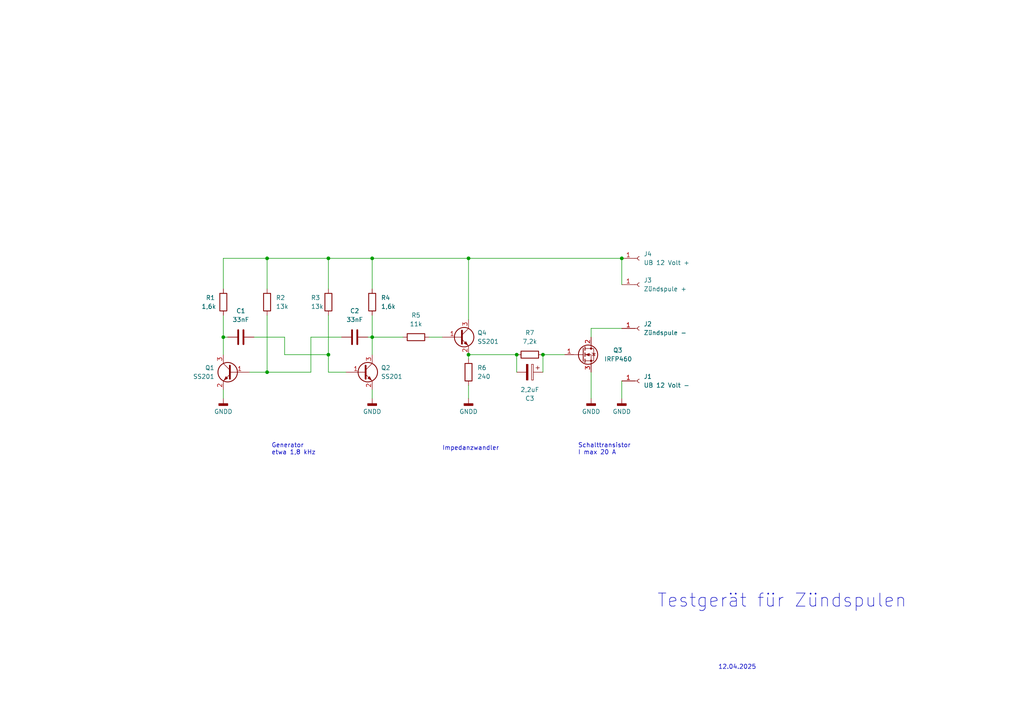
<source format=kicad_sch>
(kicad_sch (version 20230121) (generator eeschema)
  (paper "A4")
  (lib_symbols
    (symbol "Connector:Conn_01x01_Socket" (pin_names (offset 1.016) hide)
      (property "Reference" "J" (at 0 2.54 0))
      (property "Value" "Conn_01x01_Socket" (at 0 -2.54 0))
      (symbol "Conn_01x01_Socket_1_1"
        (polyline (pts (xy -1.27 0) (xy -0.508 0)) (stroke (width 0.1524)))
        (arc (start 0 0.508) (mid -0.5058 0) (end 0 -0.508) (stroke (width 0.1524)))
        (pin passive line (at -5.08 0 0) (length 3.81) (name "Pin_1") (number "1"))
      )
    )
    (symbol "Device:C" (pin_numbers hide) (pin_names (offset 0.254))
      (property "Reference" "C" (at 0.635 2.54 0))
      (property "Value" "C" (at 0.635 -2.54 0))
      (symbol "C_0_1"
        (polyline (pts (xy -2.032 -0.762) (xy 2.032 -0.762)) (stroke (width 0.508)))
        (polyline (pts (xy -2.032 0.762) (xy 2.032 0.762)) (stroke (width 0.508)))
      )
      (symbol "C_1_1"
        (pin passive line (at 0 3.81 270) (length 2.794) (name "~") (number "1"))
        (pin passive line (at 0 -3.81 90) (length 2.794) (name "~") (number "2"))
      )
    )
    (symbol "Device:C_Polarized" (pin_numbers hide) (pin_names (offset 0.254))
      (property "Reference" "C" (at 0.635 2.54 0))
      (property "Value" "C_Polarized" (at 0.635 -2.54 0))
      (symbol "C_Polarized_0_1"
        (rectangle (start -2.286 0.508) (end 2.286 1.016))
        (polyline (pts (xy -1.778 2.286) (xy -0.762 2.286)))
        (polyline (pts (xy -1.27 2.794) (xy -1.27 1.778)))
        (rectangle (start 2.286 -0.508) (end -2.286 -1.016) (fill (type outline)))
      )
      (symbol "C_Polarized_1_1"
        (pin passive line (at 0 3.81 270) (length 2.794) (name "~") (number "1"))
        (pin passive line (at 0 -3.81 90) (length 2.794) (name "~") (number "2"))
      )
    )
    (symbol "Device:R" (pin_numbers hide) (pin_names (offset 0))
      (property "Reference" "R" (at 2.032 0 90))
      (property "Value" "R" (at 0 0 90))
      (symbol "R_0_1"
        (rectangle (start -1.016 -2.54) (end 1.016 2.54) (stroke (width 0.254)))
      )
      (symbol "R_1_1"
        (pin passive line (at 0 3.81 270) (length 1.27) (name "~") (number "1"))
        (pin passive line (at 0 -3.81 90) (length 1.27) (name "~") (number "2"))
      )
    )
    (symbol "Transistor_BJT:BC848" (pin_names (offset 0) hide)
      (property "Reference" "Q" (at 5.08 1.905 0))
      (property "Value" "BC848" (at 5.08 0 0))
      (symbol "BC848_0_1"
        (polyline (pts (xy 0.635 0.635) (xy 2.54 2.54)))
        (polyline (pts (xy 0.635 -0.635) (xy 2.54 -2.54) (xy 2.54 -2.54)))
        (polyline (pts (xy 0.635 1.905) (xy 0.635 -1.905) (xy 0.635 -1.905)) (stroke (width 0.508)))
        (polyline (pts (xy 1.27 -1.778) (xy 1.778 -1.27) (xy 2.286 -2.286) (xy 1.27 -1.778) (xy 1.27 -1.778)) (fill (type outline)))
        (circle (center 1.27 0) (radius 2.8194) (stroke (width 0.254)))
      )
      (symbol "BC848_1_1"
        (pin input line (at -5.08 0 0) (length 5.715) (name "B") (number "1"))
        (pin passive line (at 2.54 -5.08 90) (length 2.54) (name "E") (number "2"))
        (pin passive line (at 2.54 5.08 270) (length 2.54) (name "C") (number "3"))
      )
    )
    (symbol "Transistor_FET:IRFP4668PbF" (pin_names hide)
      (property "Reference" "Q" (at 5.08 1.905 0))
      (property "Value" "IRFP4668PbF" (at 5.08 0 0))
      (symbol "IRFP4668PbF_0_1"
        (polyline (pts (xy 0.254 0) (xy -2.54 0)))
        (polyline (pts (xy 0.254 1.905) (xy 0.254 -1.905)) (stroke (width 0.254)))
        (polyline (pts (xy 0.762 -1.27) (xy 0.762 -2.286)) (stroke (width 0.254)))
        (polyline (pts (xy 0.762 0.508) (xy 0.762 -0.508)) (stroke (width 0.254)))
        (polyline (pts (xy 0.762 2.286) (xy 0.762 1.27)) (stroke (width 0.254)))
        (polyline (pts (xy 2.54 2.54) (xy 2.54 1.778)))
        (polyline (pts (xy 2.54 -2.54) (xy 2.54 0) (xy 0.762 0)))
        (polyline (pts (xy 0.762 -1.778) (xy 3.302 -1.778) (xy 3.302 1.778) (xy 0.762 1.778)))
        (polyline (pts (xy 1.016 0) (xy 2.032 0.381) (xy 2.032 -0.381) (xy 1.016 0)) (fill (type outline)))
        (polyline (pts (xy 2.794 0.508) (xy 2.921 0.381) (xy 3.683 0.381) (xy 3.81 0.254)))
        (polyline (pts (xy 3.302 0.381) (xy 2.921 -0.254) (xy 3.683 -0.254) (xy 3.302 0.381)))
        (circle (center 1.651 0) (radius 2.794) (stroke (width 0.254)))
        (circle (center 2.54 -1.778) (radius 0.254) (fill (type outline)))
        (circle (center 2.54 1.778) (radius 0.254) (fill (type outline)))
      )
      (symbol "IRFP4668PbF_1_1"
        (pin input line (at -5.08 0 0) (length 2.54) (name "G") (number "1"))
        (pin passive line (at 2.54 5.08 270) (length 2.54) (name "D") (number "2"))
        (pin passive line (at 2.54 -5.08 90) (length 2.54) (name "S") (number "3"))
      )
    )
    (symbol "power:GNDD" (power) (pin_names (offset 0))
      (property "Value" "GNDD" (at 0 -3.175 0))
      (symbol "GNDD_0_1"
        (rectangle (start -1.27 -1.524) (end 1.27 -2.032) (stroke (width 0.254)) (fill (type outline)))
        (polyline (pts (xy 0 0) (xy 0 -1.524)))
      )
      (symbol "GNDD_1_1"
        (pin power_in line (at 0 0 270) (length 0) hide (name "GNDD") (number "1"))
      )
    )
  )
  (junction (at 77.47 74.93))
  (junction (at 107.95 74.93))
  (junction (at 95.25 102.87))
  (junction (at 180.34 74.93))
  (junction (at 135.89 102.87))
  (junction (at 107.95 97.79))
  (junction (at 157.48 102.87))
  (junction (at 149.86 102.87))
  (junction (at 135.89 74.93))
  (junction (at 64.77 97.79))
  (junction (at 77.47 107.95))
  (junction (at 95.25 74.93))
  (wire (pts (xy 107.95 113.03) (xy 107.95 115.57)))
  (wire (pts (xy 149.86 102.87) (xy 149.86 107.95)))
  (wire (pts (xy 107.95 91.44) (xy 107.95 97.79)))
  (wire (pts (xy 73.66 97.79) (xy 82.55 97.79)))
  (wire (pts (xy 171.45 107.95) (xy 171.45 115.57)))
  (wire (pts (xy 95.25 91.44) (xy 95.25 102.87)))
  (wire (pts (xy 95.25 107.95) (xy 100.33 107.95)))
  (wire (pts (xy 64.77 91.44) (xy 64.77 97.79)))
  (wire (pts (xy 64.77 97.79) (xy 66.04 97.79)))
  (wire (pts (xy 77.47 74.93) (xy 77.47 83.82)))
  (wire (pts (xy 107.95 97.79) (xy 107.95 102.87)))
  (wire (pts (xy 77.47 74.93) (xy 64.77 74.93)))
  (wire (pts (xy 64.77 97.79) (xy 64.77 102.87)))
  (wire (pts (xy 77.47 107.95) (xy 72.39 107.95)))
  (wire (pts (xy 99.06 97.79) (xy 90.17 97.79)))
  (wire (pts (xy 135.89 74.93) (xy 135.89 92.71)))
  (wire (pts (xy 107.95 74.93) (xy 107.95 83.82)))
  (wire (pts (xy 124.46 97.79) (xy 128.27 97.79)))
  (wire (pts (xy 64.77 74.93) (xy 64.77 83.82)))
  (wire (pts (xy 135.89 74.93) (xy 107.95 74.93)))
  (wire (pts (xy 135.89 102.87) (xy 135.89 104.14)))
  (wire (pts (xy 106.68 97.79) (xy 107.95 97.79)))
  (wire (pts (xy 157.48 102.87) (xy 157.48 107.95)))
  (wire (pts (xy 90.17 107.95) (xy 77.47 107.95)))
  (wire (pts (xy 95.25 102.87) (xy 95.25 107.95)))
  (wire (pts (xy 95.25 74.93) (xy 77.47 74.93)))
  (wire (pts (xy 82.55 102.87) (xy 95.25 102.87)))
  (wire (pts (xy 90.17 97.79) (xy 90.17 107.95)))
  (wire (pts (xy 95.25 74.93) (xy 95.25 83.82)))
  (wire (pts (xy 107.95 74.93) (xy 95.25 74.93)))
  (wire (pts (xy 135.89 111.76) (xy 135.89 115.57)))
  (wire (pts (xy 157.48 102.87) (xy 163.83 102.87)))
  (wire (pts (xy 171.45 95.25) (xy 171.45 97.79)))
  (wire (pts (xy 64.77 113.03) (xy 64.77 115.57)))
  (wire (pts (xy 135.89 102.87) (xy 149.86 102.87)))
  (wire (pts (xy 135.89 74.93) (xy 180.34 74.93)))
  (wire (pts (xy 107.95 97.79) (xy 116.84 97.79)))
  (wire (pts (xy 180.34 95.25) (xy 171.45 95.25)))
  (wire (pts (xy 180.34 110.49) (xy 180.34 115.57)))
  (wire (pts (xy 77.47 91.44) (xy 77.47 107.95)))
  (wire (pts (xy 82.55 97.79) (xy 82.55 102.87)))
  (wire (pts (xy 180.34 74.93) (xy 180.34 82.55)))
  (text "Schalttransistor\nI max 20 A" (at 167.64 132.08 0) (effects (font (size 1.27 1.27)) (justify left bottom)))
  (text "12.04.2025" (at 208.28 194.31 0) (effects (font (size 1.27 1.27)) (justify left bottom)))
  (text "Impedanzwandler" (at 128.27 130.81 0) (effects (font (size 1.27 1.27)) (justify left bottom)))
  (text "Testgerät für Zündspulen " (at 190.5 176.53 0) (effects (font (size 3.8 3.8)) (justify left bottom)))
  (text "Generator\netwa 1,8 kHz" (at 78.74 132.08 0) (effects (font (size 1.27 1.27)) (justify left bottom)))
  (symbol (lib_id "Connector:Conn_01x01_Socket") (at 185.42 95.25 0) (unit 1)
    (property "Reference" "J2" (at 186.69 93.98 0) (effects (justify left)))
    (property "Value" "Zündspule -" (at 186.69 96.52 0) (effects (justify left)))
  )
  (symbol (lib_id "Transistor_BJT:BC848") (at 133.35 97.79 0) (unit 1)
    (property "Reference" "Q4" (at 138.43 96.52 0) (effects (justify left)))
    (property "Value" "SS201" (at 138.43 99.06 0) (effects (justify left)))
    (property "Footprint" "Package_TO_SOT_SMD:SOT-23" (effects hide))
    (property "Datasheet" "http://www.infineon.com/dgdl/Infineon-BC847SERIES_BC848SERIES_BC849SERIES_BC850SERIES-DS-v01_01-en.pdf?fileId=db3a304314dca389011541d4630a1657" (effects hide))
  )
  (symbol (lib_id "power:GNDD") (at 135.89 115.57 0) (unit 1)
    (property "Reference" "#PWR03" (effects hide))
    (property "Value" "GNDD" (at 135.89 119.38 0))
  )
  (symbol (lib_id "Transistor_FET:IRFP4668PbF") (at 168.91 102.87 0) (unit 1)
    (property "Reference" "Q3" (at 177.8 101.6 0) (effects (justify left)))
    (property "Value" "IRFP460" (at 175.26 104.14 0) (effects (justify left)))
    (property "Footprint" "Package_TO_SOT_THT:TO-247-3_Vertical" (effects hide))
    (property "Datasheet" "https://www.infineon.com/dgdl/irfp4668pbf.pdf?fileId=5546d462533600a40153562c8528201d" (effects hide))
  )
  (symbol (lib_id "Device:R") (at 153.67 102.87 90) (unit 1)
    (property "Reference" "R7" (at 153.67 96.52 90))
    (property "Value" "7,2k" (at 153.67 99.06 90))
  )
  (symbol (lib_id "Device:C") (at 102.87 97.79 90) (unit 1)
    (property "Reference" "C2" (at 102.87 90.17 90))
    (property "Value" "33nF" (at 102.87 92.71 90))
  )
  (symbol (lib_id "Device:C_Polarized") (at 153.67 107.95 270) (unit 1)
    (property "Reference" "C3" (at 153.67 115.57 90))
    (property "Value" "2,2uF" (at 153.67 113.03 90))
  )
  (symbol (lib_id "Device:C") (at 69.85 97.79 90) (unit 1)
    (property "Reference" "C1" (at 69.85 90.17 90))
    (property "Value" "33nF" (at 69.85 92.71 90))
  )
  (symbol (lib_id "power:GNDD") (at 180.34 115.57 0) (unit 1)
    (property "Reference" "#PWR05" (effects hide))
    (property "Value" "GNDD" (at 180.34 119.38 0))
  )
  (symbol (lib_id "Device:R") (at 64.77 87.63 0) (unit 1)
    (property "Reference" "R1" (at 59.69 86.36 0) (effects (justify left)))
    (property "Value" "1,6k" (at 58.42 88.9 0) (effects (justify left)))
  )
  (symbol (lib_id "Connector:Conn_01x01_Socket") (at 185.42 110.49 0) (unit 1)
    (property "Reference" "J1" (at 186.69 109.22 0) (effects (justify left)))
    (property "Value" "UB 12 Volt -" (at 186.69 111.76 0) (effects (justify left)))
  )
  (symbol (lib_id "power:GNDD") (at 107.95 115.57 0) (unit 1)
    (property "Reference" "#PWR02" (effects hide))
    (property "Value" "GNDD" (at 107.95 119.38 0))
  )
  (symbol (lib_id "Device:R") (at 135.89 107.95 0) (unit 1)
    (property "Reference" "R6" (at 138.43 106.68 0) (effects (justify left)))
    (property "Value" "240" (at 138.43 109.22 0) (effects (justify left)))
  )
  (symbol (lib_id "Device:R") (at 120.65 97.79 90) (unit 1)
    (property "Reference" "R5" (at 120.65 91.44 90))
    (property "Value" "11k" (at 120.65 93.98 90))
  )
  (symbol (lib_id "Connector:Conn_01x01_Socket") (at 185.42 82.55 0) (unit 1)
    (property "Reference" "J3" (at 186.69 81.28 0) (effects (justify left)))
    (property "Value" "Zündspule +" (at 186.69 83.82 0) (effects (justify left)))
  )
  (symbol (lib_id "Transistor_BJT:BC848") (at 105.41 107.95 0) (unit 1)
    (property "Reference" "Q2" (at 110.49 106.68 0) (effects (justify left)))
    (property "Value" "SS201" (at 110.49 109.22 0) (effects (justify left)))
    (property "Footprint" "Package_TO_SOT_SMD:SOT-23" (effects hide))
    (property "Datasheet" "http://www.infineon.com/dgdl/Infineon-BC847SERIES_BC848SERIES_BC849SERIES_BC850SERIES-DS-v01_01-en.pdf?fileId=db3a304314dca389011541d4630a1657" (effects hide))
  )
  (symbol (lib_id "Device:R") (at 107.95 87.63 0) (unit 1)
    (property "Reference" "R4" (at 110.49 86.36 0) (effects (justify left)))
    (property "Value" "1,6k" (at 110.49 88.9 0) (effects (justify left)))
  )
  (symbol (lib_id "Device:R") (at 95.25 87.63 0) (unit 1)
    (property "Reference" "R3" (at 90.17 86.36 0) (effects (justify left)))
    (property "Value" "13k" (at 90.17 88.9 0) (effects (justify left)))
  )
  (symbol (lib_id "Transistor_BJT:BC848") (at 67.31 107.95 0) (mirror y) (unit 1)
    (property "Reference" "Q1" (at 62.23 106.68 0) (effects (justify left)))
    (property "Value" "SS201" (at 62.23 109.22 0) (effects (justify left)))
    (property "Footprint" "Package_TO_SOT_SMD:SOT-23" (effects hide))
    (property "Datasheet" "http://www.infineon.com/dgdl/Infineon-BC847SERIES_BC848SERIES_BC849SERIES_BC850SERIES-DS-v01_01-en.pdf?fileId=db3a304314dca389011541d4630a1657" (effects hide))
  )
  (symbol (lib_id "power:GNDD") (at 171.45 115.57 0) (unit 1)
    (property "Reference" "#PWR04" (effects hide))
    (property "Value" "GNDD" (at 171.45 119.38 0))
  )
  (symbol (lib_id "Device:R") (at 77.47 87.63 0) (unit 1)
    (property "Reference" "R2" (at 80.01 86.36 0) (effects (justify left)))
    (property "Value" "13k" (at 80.01 88.9 0) (effects (justify left)))
  )
  (symbol (lib_id "power:GNDD") (at 64.77 115.57 0) (unit 1)
    (property "Reference" "#PWR01" (effects hide))
    (property "Value" "GNDD" (at 64.77 119.38 0))
  )
  (symbol (lib_id "Connector:Conn_01x01_Socket") (at 185.42 74.93 0) (unit 1)
    (property "Reference" "J4" (at 186.69 73.66 0) (effects (justify left)))
    (property "Value" "UB 12 Volt +" (at 186.69 76.2 0) (effects (justify left)))
  )
)
</source>
